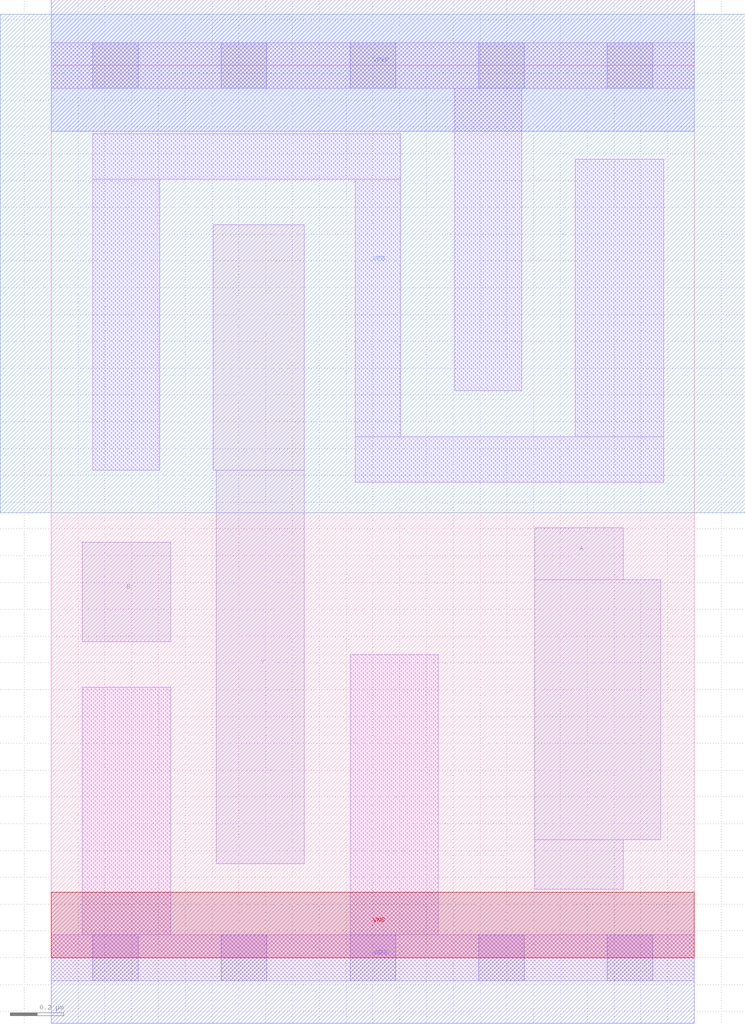
<source format=lef>
# Copyright 2020 The SkyWater PDK Authors
#
# Licensed under the Apache License, Version 2.0 (the "License");
# you may not use this file except in compliance with the License.
# You may obtain a copy of the License at
#
#     https://www.apache.org/licenses/LICENSE-2.0
#
# Unless required by applicable law or agreed to in writing, software
# distributed under the License is distributed on an "AS IS" BASIS,
# WITHOUT WARRANTIES OR CONDITIONS OF ANY KIND, either express or implied.
# See the License for the specific language governing permissions and
# limitations under the License.
#
# SPDX-License-Identifier: Apache-2.0

VERSION 5.7 ;
  NOWIREEXTENSIONATPIN ON ;
  DIVIDERCHAR "/" ;
  BUSBITCHARS "[]" ;
MACRO sky130_fd_sc_ls__nor2_2
  CLASS CORE ;
  FOREIGN sky130_fd_sc_ls__nor2_2 ;
  ORIGIN  0.000000  0.000000 ;
  SIZE  2.400000 BY  3.330000 ;
  SYMMETRY X Y ;
  SITE unit ;
  PIN A
    ANTENNAGATEAREA  0.447000 ;
    DIRECTION INPUT ;
    USE SIGNAL ;
    PORT
      LAYER li1 ;
        RECT 1.805000 0.255000 2.135000 0.440000 ;
        RECT 1.805000 0.440000 2.275000 1.410000 ;
        RECT 1.805000 1.410000 2.135000 1.605000 ;
    END
  END A
  PIN B
    ANTENNAGATEAREA  0.447000 ;
    DIRECTION INPUT ;
    USE SIGNAL ;
    PORT
      LAYER li1 ;
        RECT 0.115000 1.180000 0.445000 1.550000 ;
    END
  END B
  PIN Y
    ANTENNADIFFAREA  0.543200 ;
    DIRECTION OUTPUT ;
    USE SIGNAL ;
    PORT
      LAYER li1 ;
        RECT 0.605000 1.820000 0.945000 2.735000 ;
        RECT 0.615000 0.350000 0.945000 1.820000 ;
    END
  END Y
  PIN VGND
    DIRECTION INOUT ;
    SHAPE ABUTMENT ;
    USE GROUND ;
    PORT
      LAYER met1 ;
        RECT 0.000000 -0.245000 2.400000 0.245000 ;
    END
  END VGND
  PIN VNB
    DIRECTION INOUT ;
    USE GROUND ;
    PORT
      LAYER pwell ;
        RECT 0.000000 0.000000 2.400000 0.245000 ;
    END
  END VNB
  PIN VPB
    DIRECTION INOUT ;
    USE POWER ;
    PORT
      LAYER nwell ;
        RECT -0.190000 1.660000 2.590000 3.520000 ;
    END
  END VPB
  PIN VPWR
    DIRECTION INOUT ;
    SHAPE ABUTMENT ;
    USE POWER ;
    PORT
      LAYER met1 ;
        RECT 0.000000 3.085000 2.400000 3.575000 ;
    END
  END VPWR
  OBS
    LAYER li1 ;
      RECT 0.000000 -0.085000 2.400000 0.085000 ;
      RECT 0.000000  3.245000 2.400000 3.415000 ;
      RECT 0.115000  0.085000 0.445000 1.010000 ;
      RECT 0.155000  1.820000 0.405000 2.905000 ;
      RECT 0.155000  2.905000 1.305000 3.075000 ;
      RECT 1.115000  0.085000 1.445000 1.130000 ;
      RECT 1.135000  1.775000 2.285000 1.945000 ;
      RECT 1.135000  1.945000 1.305000 2.905000 ;
      RECT 1.505000  2.115000 1.755000 3.245000 ;
      RECT 1.955000  1.945000 2.285000 2.980000 ;
    LAYER mcon ;
      RECT 0.155000 -0.085000 0.325000 0.085000 ;
      RECT 0.155000  3.245000 0.325000 3.415000 ;
      RECT 0.635000 -0.085000 0.805000 0.085000 ;
      RECT 0.635000  3.245000 0.805000 3.415000 ;
      RECT 1.115000 -0.085000 1.285000 0.085000 ;
      RECT 1.115000  3.245000 1.285000 3.415000 ;
      RECT 1.595000 -0.085000 1.765000 0.085000 ;
      RECT 1.595000  3.245000 1.765000 3.415000 ;
      RECT 2.075000 -0.085000 2.245000 0.085000 ;
      RECT 2.075000  3.245000 2.245000 3.415000 ;
  END
END sky130_fd_sc_ls__nor2_2
END LIBRARY

</source>
